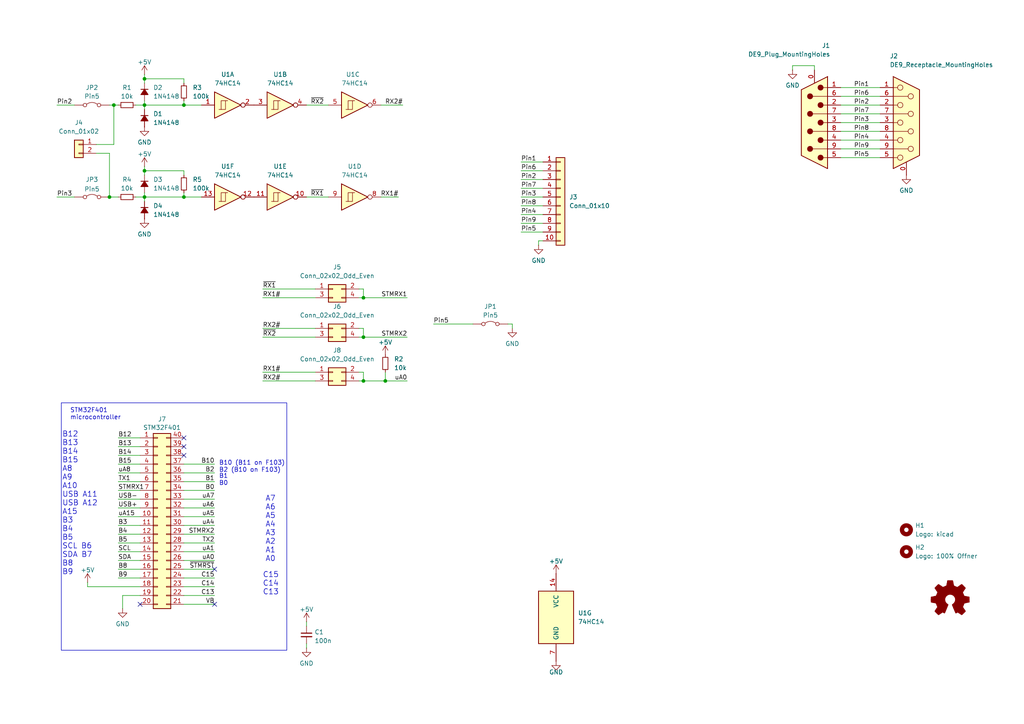
<source format=kicad_sch>
(kicad_sch (version 20231120) (generator "eeschema") (generator_version "8.0")
  (paper "A4")
  (title_block (title "Serial Sniffer") (date "2024-10-15") (rev "v1.0") (company "100% Offner") (comment 1 "v1.0: Initial"))
  (lib_symbols
    (symbol "74xx:74HC14" (pin_names (offset 1.016))
      (property "Reference" "U" (at 0 1.27 0))
      (property "Value" "74HC14" (at 0 -1.27 0))
      (symbol "74HC14_1_0"
        (polyline (pts (xy -3.81 3.81) (xy -3.81 -3.81) (xy 3.81 0) (xy -3.81 3.81)) (stroke (width 0.254)) (fill (type background)))
        (pin input line (at -7.62 0 0) (length 3.81) (name "~") (number "1"))
        (pin output inverted (at 7.62 0 180) (length 3.81) (name "~") (number "2"))
      )
      (symbol "74HC14_1_1"
        (polyline (pts (xy -1.905 -1.27) (xy -1.905 1.27) (xy -0.635 1.27)))
        (polyline (pts (xy -2.54 -1.27) (xy -0.635 -1.27) (xy -0.635 1.27) (xy 0 1.27)))
      )
      (symbol "74HC14_2_0"
        (polyline (pts (xy -3.81 3.81) (xy -3.81 -3.81) (xy 3.81 0) (xy -3.81 3.81)) (stroke (width 0.254)) (fill (type background)))
        (pin input line (at -7.62 0 0) (length 3.81) (name "~") (number "3"))
        (pin output inverted (at 7.62 0 180) (length 3.81) (name "~") (number "4"))
      )
      (symbol "74HC14_2_1"
        (polyline (pts (xy -1.905 -1.27) (xy -1.905 1.27) (xy -0.635 1.27)))
        (polyline (pts (xy -2.54 -1.27) (xy -0.635 -1.27) (xy -0.635 1.27) (xy 0 1.27)))
      )
      (symbol "74HC14_3_0"
        (polyline (pts (xy -3.81 3.81) (xy -3.81 -3.81) (xy 3.81 0) (xy -3.81 3.81)) (stroke (width 0.254)) (fill (type background)))
        (pin input line (at -7.62 0 0) (length 3.81) (name "~") (number "5"))
        (pin output inverted (at 7.62 0 180) (length 3.81) (name "~") (number "6"))
      )
      (symbol "74HC14_3_1"
        (polyline (pts (xy -1.905 -1.27) (xy -1.905 1.27) (xy -0.635 1.27)))
        (polyline (pts (xy -2.54 -1.27) (xy -0.635 -1.27) (xy -0.635 1.27) (xy 0 1.27)))
      )
      (symbol "74HC14_4_0"
        (polyline (pts (xy -3.81 3.81) (xy -3.81 -3.81) (xy 3.81 0) (xy -3.81 3.81)) (stroke (width 0.254)) (fill (type background)))
        (pin output inverted (at 7.62 0 180) (length 3.81) (name "~") (number "8"))
        (pin input line (at -7.62 0 0) (length 3.81) (name "~") (number "9"))
      )
      (symbol "74HC14_4_1"
        (polyline (pts (xy -1.905 -1.27) (xy -1.905 1.27) (xy -0.635 1.27)))
        (polyline (pts (xy -2.54 -1.27) (xy -0.635 -1.27) (xy -0.635 1.27) (xy 0 1.27)))
      )
      (symbol "74HC14_5_0"
        (polyline (pts (xy -3.81 3.81) (xy -3.81 -3.81) (xy 3.81 0) (xy -3.81 3.81)) (stroke (width 0.254)) (fill (type background)))
        (pin output inverted (at 7.62 0 180) (length 3.81) (name "~") (number "10"))
        (pin input line (at -7.62 0 0) (length 3.81) (name "~") (number "11"))
      )
      (symbol "74HC14_5_1"
        (polyline (pts (xy -1.905 -1.27) (xy -1.905 1.27) (xy -0.635 1.27)))
        (polyline (pts (xy -2.54 -1.27) (xy -0.635 -1.27) (xy -0.635 1.27) (xy 0 1.27)))
      )
      (symbol "74HC14_6_0"
        (polyline (pts (xy -3.81 3.81) (xy -3.81 -3.81) (xy 3.81 0) (xy -3.81 3.81)) (stroke (width 0.254)) (fill (type background)))
        (pin output inverted (at 7.62 0 180) (length 3.81) (name "~") (number "12"))
        (pin input line (at -7.62 0 0) (length 3.81) (name "~") (number "13"))
      )
      (symbol "74HC14_6_1"
        (polyline (pts (xy -1.905 -1.27) (xy -1.905 1.27) (xy -0.635 1.27)))
        (polyline (pts (xy -2.54 -1.27) (xy -0.635 -1.27) (xy -0.635 1.27) (xy 0 1.27)))
      )
      (symbol "74HC14_7_0"
        (pin power_in line (at 0 12.7 270) (length 5.08) (name "VCC") (number "14"))
        (pin power_in line (at 0 -12.7 90) (length 5.08) (name "GND") (number "7"))
      )
      (symbol "74HC14_7_1"
        (rectangle (start -5.08 7.62) (end 5.08 -7.62) (stroke (width 0.254)) (fill (type background)))
      )
    )
    (symbol "Connector:DE9_Plug_MountingHoles" (pin_names (offset 1.016) hide)
      (property "Reference" "J" (at 0 16.51 0))
      (property "Value" "DE9_Plug_MountingHoles" (at 0 14.605 0))
      (symbol "DE9_Plug_MountingHoles_0_1"
        (circle (center -1.778 -10.16) (radius 0.762) (fill (type outline)))
        (circle (center -1.778 -5.08) (radius 0.762) (fill (type outline)))
        (circle (center -1.778 0) (radius 0.762) (fill (type outline)))
        (circle (center -1.778 5.08) (radius 0.762) (fill (type outline)))
        (circle (center -1.778 10.16) (radius 0.762) (fill (type outline)))
        (polyline (pts (xy -3.81 -10.16) (xy -2.54 -10.16)))
        (polyline (pts (xy -3.81 -7.62) (xy 0.508 -7.62)))
        (polyline (pts (xy -3.81 -5.08) (xy -2.54 -5.08)))
        (polyline (pts (xy -3.81 -2.54) (xy 0.508 -2.54)))
        (polyline (pts (xy -3.81 0) (xy -2.54 0)))
        (polyline (pts (xy -3.81 2.54) (xy 0.508 2.54)))
        (polyline (pts (xy -3.81 5.08) (xy -2.54 5.08)))
        (polyline (pts (xy -3.81 7.62) (xy 0.508 7.62)))
        (polyline (pts (xy -3.81 10.16) (xy -2.54 10.16)))
        (polyline (pts (xy -3.81 -13.335) (xy -3.81 13.335) (xy 3.81 9.525) (xy 3.81 -9.525) (xy -3.81 -13.335)) (stroke (width 0.254)) (fill (type background)))
        (circle (center 1.27 -7.62) (radius 0.762) (fill (type outline)))
        (circle (center 1.27 -2.54) (radius 0.762) (fill (type outline)))
        (circle (center 1.27 2.54) (radius 0.762) (fill (type outline)))
        (circle (center 1.27 7.62) (radius 0.762) (fill (type outline)))
      )
      (symbol "DE9_Plug_MountingHoles_1_1"
        (pin passive line (at 0 -15.24 90) (length 3.81) (name "PAD") (number "0"))
        (pin passive line (at -7.62 -10.16 0) (length 3.81) (name "1") (number "1"))
        (pin passive line (at -7.62 -5.08 0) (length 3.81) (name "2") (number "2"))
        (pin passive line (at -7.62 0 0) (length 3.81) (name "3") (number "3"))
        (pin passive line (at -7.62 5.08 0) (length 3.81) (name "4") (number "4"))
        (pin passive line (at -7.62 10.16 0) (length 3.81) (name "5") (number "5"))
        (pin passive line (at -7.62 -7.62 0) (length 3.81) (name "6") (number "6"))
        (pin passive line (at -7.62 -2.54 0) (length 3.81) (name "7") (number "7"))
        (pin passive line (at -7.62 2.54 0) (length 3.81) (name "8") (number "8"))
        (pin passive line (at -7.62 7.62 0) (length 3.81) (name "9") (number "9"))
      )
    )
    (symbol "Connector:DE9_Receptacle_MountingHoles" (pin_names (offset 1.016) hide)
      (property "Reference" "J" (at 0 16.51 0))
      (property "Value" "DE9_Receptacle_MountingHoles" (at 0 14.605 0))
      (symbol "DE9_Receptacle_MountingHoles_0_1"
        (circle (center -1.778 -10.16) (radius 0.762))
        (circle (center -1.778 -5.08) (radius 0.762))
        (circle (center -1.778 0) (radius 0.762))
        (circle (center -1.778 5.08) (radius 0.762))
        (circle (center -1.778 10.16) (radius 0.762))
        (polyline (pts (xy -3.81 -10.16) (xy -2.54 -10.16)))
        (polyline (pts (xy -3.81 -7.62) (xy 0.508 -7.62)))
        (polyline (pts (xy -3.81 -5.08) (xy -2.54 -5.08)))
        (polyline (pts (xy -3.81 -2.54) (xy 0.508 -2.54)))
        (polyline (pts (xy -3.81 0) (xy -2.54 0)))
        (polyline (pts (xy -3.81 2.54) (xy 0.508 2.54)))
        (polyline (pts (xy -3.81 5.08) (xy -2.54 5.08)))
        (polyline (pts (xy -3.81 7.62) (xy 0.508 7.62)))
        (polyline (pts (xy -3.81 10.16) (xy -2.54 10.16)))
        (polyline (pts (xy -3.81 13.335) (xy -3.81 -13.335) (xy 3.81 -9.525) (xy 3.81 9.525) (xy -3.81 13.335)) (stroke (width 0.254)) (fill (type background)))
        (circle (center 1.27 -7.62) (radius 0.762))
        (circle (center 1.27 -2.54) (radius 0.762))
        (circle (center 1.27 2.54) (radius 0.762))
        (circle (center 1.27 7.62) (radius 0.762))
      )
      (symbol "DE9_Receptacle_MountingHoles_1_1"
        (pin passive line (at 0 -15.24 90) (length 3.81) (name "PAD") (number "0"))
        (pin passive line (at -7.62 10.16 0) (length 3.81) (name "1") (number "1"))
        (pin passive line (at -7.62 5.08 0) (length 3.81) (name "2") (number "2"))
        (pin passive line (at -7.62 0 0) (length 3.81) (name "3") (number "3"))
        (pin passive line (at -7.62 -5.08 0) (length 3.81) (name "4") (number "4"))
        (pin passive line (at -7.62 -10.16 0) (length 3.81) (name "5") (number "5"))
        (pin passive line (at -7.62 7.62 0) (length 3.81) (name "6") (number "6"))
        (pin passive line (at -7.62 2.54 0) (length 3.81) (name "7") (number "7"))
        (pin passive line (at -7.62 -2.54 0) (length 3.81) (name "8") (number "8"))
        (pin passive line (at -7.62 -7.62 0) (length 3.81) (name "9") (number "9"))
      )
    )
    (symbol "Connector_Generic:Conn_01x02" (pin_names (offset 1.016) hide)
      (property "Reference" "J" (at 0 2.54 0))
      (property "Value" "Conn_01x02" (at 0 -5.08 0))
      (symbol "Conn_01x02_1_1"
        (rectangle (start -1.27 -2.413) (end 0 -2.667) (stroke (width 0.1524)))
        (rectangle (start -1.27 0.127) (end 0 -0.127) (stroke (width 0.1524)))
        (rectangle (start -1.27 1.27) (end 1.27 -3.81) (stroke (width 0.254)) (fill (type background)))
        (pin passive line (at -5.08 0 0) (length 3.81) (name "Pin_1") (number "1"))
        (pin passive line (at -5.08 -2.54 0) (length 3.81) (name "Pin_2") (number "2"))
      )
    )
    (symbol "Connector_Generic:Conn_01x10" (pin_names (offset 1.016) hide)
      (property "Reference" "J" (at 0 12.7 0))
      (property "Value" "Conn_01x10" (at 0 -15.24 0))
      (symbol "Conn_01x10_1_1"
        (rectangle (start -1.27 -12.573) (end 0 -12.827) (stroke (width 0.1524)))
        (rectangle (start -1.27 -10.033) (end 0 -10.287) (stroke (width 0.1524)))
        (rectangle (start -1.27 -7.493) (end 0 -7.747) (stroke (width 0.1524)))
        (rectangle (start -1.27 -4.953) (end 0 -5.207) (stroke (width 0.1524)))
        (rectangle (start -1.27 -2.413) (end 0 -2.667) (stroke (width 0.1524)))
        (rectangle (start -1.27 0.127) (end 0 -0.127) (stroke (width 0.1524)))
        (rectangle (start -1.27 2.667) (end 0 2.413) (stroke (width 0.1524)))
        (rectangle (start -1.27 5.207) (end 0 4.953) (stroke (width 0.1524)))
        (rectangle (start -1.27 7.747) (end 0 7.493) (stroke (width 0.1524)))
        (rectangle (start -1.27 10.287) (end 0 10.033) (stroke (width 0.1524)))
        (rectangle (start -1.27 11.43) (end 1.27 -13.97) (stroke (width 0.254)) (fill (type background)))
        (pin passive line (at -5.08 10.16 0) (length 3.81) (name "Pin_1") (number "1"))
        (pin passive line (at -5.08 -12.7 0) (length 3.81) (name "Pin_10") (number "10"))
        (pin passive line (at -5.08 7.62 0) (length 3.81) (name "Pin_2") (number "2"))
        (pin passive line (at -5.08 5.08 0) (length 3.81) (name "Pin_3") (number "3"))
        (pin passive line (at -5.08 2.54 0) (length 3.81) (name "Pin_4") (number "4"))
        (pin passive line (at -5.08 0 0) (length 3.81) (name "Pin_5") (number "5"))
        (pin passive line (at -5.08 -2.54 0) (length 3.81) (name "Pin_6") (number "6"))
        (pin passive line (at -5.08 -5.08 0) (length 3.81) (name "Pin_7") (number "7"))
        (pin passive line (at -5.08 -7.62 0) (length 3.81) (name "Pin_8") (number "8"))
        (pin passive line (at -5.08 -10.16 0) (length 3.81) (name "Pin_9") (number "9"))
      )
    )
    (symbol "Connector_Generic:Conn_02x02_Odd_Even" (pin_names (offset 1.016) hide)
      (property "Reference" "J" (at 1.27 2.54 0))
      (property "Value" "Conn_02x02_Odd_Even" (at 1.27 -5.08 0))
      (symbol "Conn_02x02_Odd_Even_1_1"
        (rectangle (start -1.27 -2.413) (end 0 -2.667) (stroke (width 0.1524)))
        (rectangle (start -1.27 0.127) (end 0 -0.127) (stroke (width 0.1524)))
        (rectangle (start -1.27 1.27) (end 3.81 -3.81) (stroke (width 0.254)) (fill (type background)))
        (rectangle (start 3.81 -2.413) (end 2.54 -2.667) (stroke (width 0.1524)))
        (rectangle (start 3.81 0.127) (end 2.54 -0.127) (stroke (width 0.1524)))
        (pin passive line (at -5.08 0 0) (length 3.81) (name "Pin_1") (number "1"))
        (pin passive line (at 7.62 0 180) (length 3.81) (name "Pin_2") (number "2"))
        (pin passive line (at -5.08 -2.54 0) (length 3.81) (name "Pin_3") (number "3"))
        (pin passive line (at 7.62 -2.54 180) (length 3.81) (name "Pin_4") (number "4"))
      )
    )
    (symbol "Connector_Generic:Conn_02x20_Counter_Clockwise" (pin_names (offset 1.016) hide)
      (property "Reference" "J" (at 1.27 25.4 0))
      (property "Value" "Conn_02x20_Counter_Clockwise" (at 1.27 -27.94 0))
      (symbol "Conn_02x20_Counter_Clockwise_1_1"
        (rectangle (start -1.27 -25.273) (end 0 -25.527) (stroke (width 0.1524)))
        (rectangle (start -1.27 -22.733) (end 0 -22.987) (stroke (width 0.1524)))
        (rectangle (start -1.27 -20.193) (end 0 -20.447) (stroke (width 0.1524)))
        (rectangle (start -1.27 -17.653) (end 0 -17.907) (stroke (width 0.1524)))
        (rectangle (start -1.27 -15.113) (end 0 -15.367) (stroke (width 0.1524)))
        (rectangle (start -1.27 -12.573) (end 0 -12.827) (stroke (width 0.1524)))
        (rectangle (start -1.27 -10.033) (end 0 -10.287) (stroke (width 0.1524)))
        (rectangle (start -1.27 -7.493) (end 0 -7.747) (stroke (width 0.1524)))
        (rectangle (start -1.27 -4.953) (end 0 -5.207) (stroke (width 0.1524)))
        (rectangle (start -1.27 -2.413) (end 0 -2.667) (stroke (width 0.1524)))
        (rectangle (start -1.27 0.127) (end 0 -0.127) (stroke (width 0.1524)))
        (rectangle (start -1.27 2.667) (end 0 2.413) (stroke (width 0.1524)))
        (rectangle (start -1.27 5.207) (end 0 4.953) (stroke (width 0.1524)))
        (rectangle (start -1.27 7.747) (end 0 7.493) (stroke (width 0.1524)))
        (rectangle (start -1.27 10.287) (end 0 10.033) (stroke (width 0.1524)))
        (rectangle (start -1.27 12.827) (end 0 12.573) (stroke (width 0.1524)))
        (rectangle (start -1.27 15.367) (end 0 15.113) (stroke (width 0.1524)))
        (rectangle (start -1.27 17.907) (end 0 17.653) (stroke (width 0.1524)))
        (rectangle (start -1.27 20.447) (end 0 20.193) (stroke (width 0.1524)))
        (rectangle (start -1.27 22.987) (end 0 22.733) (stroke (width 0.1524)))
        (rectangle (start -1.27 24.13) (end 3.81 -26.67) (stroke (width 0.254)) (fill (type background)))
        (rectangle (start 3.81 -25.273) (end 2.54 -25.527) (stroke (width 0.1524)))
        (rectangle (start 3.81 -22.733) (end 2.54 -22.987) (stroke (width 0.1524)))
        (rectangle (start 3.81 -20.193) (end 2.54 -20.447) (stroke (width 0.1524)))
        (rectangle (start 3.81 -17.653) (end 2.54 -17.907) (stroke (width 0.1524)))
        (rectangle (start 3.81 -15.113) (end 2.54 -15.367) (stroke (width 0.1524)))
        (rectangle (start 3.81 -12.573) (end 2.54 -12.827) (stroke (width 0.1524)))
        (rectangle (start 3.81 -10.033) (end 2.54 -10.287) (stroke (width 0.1524)))
        (rectangle (start 3.81 -7.493) (end 2.54 -7.747) (stroke (width 0.1524)))
        (rectangle (start 3.81 -4.953) (end 2.54 -5.207) (stroke (width 0.1524)))
        (rectangle (start 3.81 -2.413) (end 2.54 -2.667) (stroke (width 0.1524)))
        (rectangle (start 3.81 0.127) (end 2.54 -0.127) (stroke (width 0.1524)))
        (rectangle (start 3.81 2.667) (end 2.54 2.413) (stroke (width 0.1524)))
        (rectangle (start 3.81 5.207) (end 2.54 4.953) (stroke (width 0.1524)))
        (rectangle (start 3.81 7.747) (end 2.54 7.493) (stroke (width 0.1524)))
        (rectangle (start 3.81 10.287) (end 2.54 10.033) (stroke (width 0.1524)))
        (rectangle (start 3.81 12.827) (end 2.54 12.573) (stroke (width 0.1524)))
        (rectangle (start 3.81 15.367) (end 2.54 15.113) (stroke (width 0.1524)))
        (rectangle (start 3.81 17.907) (end 2.54 17.653) (stroke (width 0.1524)))
        (rectangle (start 3.81 20.447) (end 2.54 20.193) (stroke (width 0.1524)))
        (rectangle (start 3.81 22.987) (end 2.54 22.733) (stroke (width 0.1524)))
        (pin passive line (at -5.08 22.86 0) (length 3.81) (name "Pin_1") (number "1"))
        (pin passive line (at -5.08 0 0) (length 3.81) (name "Pin_10") (number "10"))
        (pin passive line (at -5.08 -2.54 0) (length 3.81) (name "Pin_11") (number "11"))
        (pin passive line (at -5.08 -5.08 0) (length 3.81) (name "Pin_12") (number "12"))
        (pin passive line (at -5.08 -7.62 0) (length 3.81) (name "Pin_13") (number "13"))
        (pin passive line (at -5.08 -10.16 0) (length 3.81) (name "Pin_14") (number "14"))
        (pin passive line (at -5.08 -12.7 0) (length 3.81) (name "Pin_15") (number "15"))
        (pin passive line (at -5.08 -15.24 0) (length 3.81) (name "Pin_16") (number "16"))
        (pin passive line (at -5.08 -17.78 0) (length 3.81) (name "Pin_17") (number "17"))
        (pin passive line (at -5.08 -20.32 0) (length 3.81) (name "Pin_18") (number "18"))
        (pin passive line (at -5.08 -22.86 0) (length 3.81) (name "Pin_19") (number "19"))
        (pin passive line (at -5.08 20.32 0) (length 3.81) (name "Pin_2") (number "2"))
        (pin passive line (at -5.08 -25.4 0) (length 3.81) (name "Pin_20") (number "20"))
        (pin passive line (at 7.62 -25.4 180) (length 3.81) (name "Pin_21") (number "21"))
        (pin passive line (at 7.62 -22.86 180) (length 3.81) (name "Pin_22") (number "22"))
        (pin passive line (at 7.62 -20.32 180) (length 3.81) (name "Pin_23") (number "23"))
        (pin passive line (at 7.62 -17.78 180) (length 3.81) (name "Pin_24") (number "24"))
        (pin passive line (at 7.62 -15.24 180) (length 3.81) (name "Pin_25") (number "25"))
        (pin passive line (at 7.62 -12.7 180) (length 3.81) (name "Pin_26") (number "26"))
        (pin passive line (at 7.62 -10.16 180) (length 3.81) (name "Pin_27") (number "27"))
        (pin passive line (at 7.62 -7.62 180) (length 3.81) (name "Pin_28") (number "28"))
        (pin passive line (at 7.62 -5.08 180) (length 3.81) (name "Pin_29") (number "29"))
        (pin passive line (at -5.08 17.78 0) (length 3.81) (name "Pin_3") (number "3"))
        (pin passive line (at 7.62 -2.54 180) (length 3.81) (name "Pin_30") (number "30"))
        (pin passive line (at 7.62 0 180) (length 3.81) (name "Pin_31") (number "31"))
        (pin passive line (at 7.62 2.54 180) (length 3.81) (name "Pin_32") (number "32"))
        (pin passive line (at 7.62 5.08 180) (length 3.81) (name "Pin_33") (number "33"))
        (pin passive line (at 7.62 7.62 180) (length 3.81) (name "Pin_34") (number "34"))
        (pin passive line (at 7.62 10.16 180) (length 3.81) (name "Pin_35") (number "35"))
        (pin passive line (at 7.62 12.7 180) (length 3.81) (name "Pin_36") (number "36"))
        (pin passive line (at 7.62 15.24 180) (length 3.81) (name "Pin_37") (number "37"))
        (pin passive line (at 7.62 17.78 180) (length 3.81) (name "Pin_38") (number "38"))
        (pin passive line (at 7.62 20.32 180) (length 3.81) (name "Pin_39") (number "39"))
        (pin passive line (at -5.08 15.24 0) (length 3.81) (name "Pin_4") (number "4"))
        (pin passive line (at 7.62 22.86 180) (length 3.81) (name "Pin_40") (number "40"))
        (pin passive line (at -5.08 12.7 0) (length 3.81) (name "Pin_5") (number "5"))
        (pin passive line (at -5.08 10.16 0) (length 3.81) (name "Pin_6") (number "6"))
        (pin passive line (at -5.08 7.62 0) (length 3.81) (name "Pin_7") (number "7"))
        (pin passive line (at -5.08 5.08 0) (length 3.81) (name "Pin_8") (number "8"))
        (pin passive line (at -5.08 2.54 0) (length 3.81) (name "Pin_9") (number "9"))
      )
    )
    (symbol "Device:C_Small" (pin_numbers hide) (pin_names (offset 0.254) hide)
      (property "Reference" "C" (at 0.254 1.778 0))
      (property "Value" "C_Small" (at 0.254 -2.032 0))
      (symbol "C_Small_0_1"
        (polyline (pts (xy -1.524 -0.508) (xy 1.524 -0.508)) (stroke (width 0.3302)))
        (polyline (pts (xy -1.524 0.508) (xy 1.524 0.508)) (stroke (width 0.3048)))
      )
      (symbol "C_Small_1_1"
        (pin passive line (at 0 2.54 270) (length 2.032) (name "~") (number "1"))
        (pin passive line (at 0 -2.54 90) (length 2.032) (name "~") (number "2"))
      )
    )
    (symbol "Device:D_Small_Filled" (pin_numbers hide) (pin_names (offset 0.254) hide)
      (property "Reference" "D" (at -1.27 2.032 0))
      (property "Value" "D_Small_Filled" (at -3.81 -2.032 0))
      (symbol "D_Small_Filled_0_1"
        (polyline (pts (xy -0.762 -1.016) (xy -0.762 1.016)) (stroke (width 0.254)))
        (polyline (pts (xy -0.762 0) (xy 0.762 0)))
        (polyline (pts (xy 0.762 -1.016) (xy -0.762 0) (xy 0.762 1.016) (xy 0.762 -1.016)) (stroke (width 0.254)) (fill (type outline)))
      )
      (symbol "D_Small_Filled_1_1"
        (pin passive line (at -2.54 0 0) (length 1.778) (name "K") (number "1"))
        (pin passive line (at 2.54 0 180) (length 1.778) (name "A") (number "2"))
      )
    )
    (symbol "Device:R_Small" (pin_numbers hide) (pin_names (offset 0.254) hide)
      (property "Reference" "R" (at 0.762 0.508 0))
      (property "Value" "R_Small" (at 0.762 -1.016 0))
      (symbol "R_Small_0_1"
        (rectangle (start -0.762 1.778) (end 0.762 -1.778) (stroke (width 0.2032)))
      )
      (symbol "R_Small_1_1"
        (pin passive line (at 0 2.54 270) (length 0.762) (name "~") (number "1"))
        (pin passive line (at 0 -2.54 90) (length 0.762) (name "~") (number "2"))
      )
    )
    (symbol "Graphic:Logo_Open_Hardware_Small" (in_bom no) (on_board no)
      (symbol "Logo_Open_Hardware_Small_0_1"
        (polyline (pts (xy 3.3528 -4.3434) (xy 3.302 -4.318) (xy 3.175 -4.2418) (xy 2.9972 -4.1148) (xy 2.7686 -3.9624) (xy 2.54 -3.81) (xy 2.3622 -3.7084) (xy 2.2352 -3.6068) (xy 2.1844 -3.5814) (xy 2.159 -3.6068) (xy 2.0574 -3.6576) (xy 1.905 -3.7338) (xy 1.8034 -3.7846) (xy 1.6764 -3.8354) (xy 1.6002 -3.8354) (xy 1.6002 -3.8354) (xy 1.5494 -3.7338) (xy 1.4732 -3.5306) (xy 1.3462 -3.302) (xy 1.2446 -3.0226) (xy 1.1176 -2.7178) (xy 0.9652 -2.413) (xy 0.8636 -2.1082) (xy 0.7366 -1.8288) (xy 0.6604 -1.6256) (xy 0.6096 -1.4732) (xy 0.5842 -1.397) (xy 0.5842 -1.397) (xy 0.6604 -1.3208) (xy 0.7874 -1.2446) (xy 1.0414 -1.016) (xy 1.2954 -0.6858) (xy 1.4478 -0.3302) (xy 1.524 0.0762) (xy 1.4732 0.4572) (xy 1.3208 0.8128) (xy 1.0668 1.143) (xy 0.762 1.3716) (xy 0.4064 1.524) (xy 0 1.5748) (xy -0.381 1.5494) (xy -0.7366 1.397) (xy -1.0668 1.143) (xy -1.2192 0.9906) (xy -1.397 0.6604) (xy -1.524 0.3048) (xy -1.524 0.2286) (xy -1.4986 -0.1778) (xy -1.397 -0.5334) (xy -1.1938 -0.8636) (xy -0.9144 -1.143) (xy -0.8636 -1.1684) (xy -0.7366 -1.27) (xy -0.635 -1.3462) (xy -0.5842 -1.397) (xy -1.0668 -2.5908) (xy -1.143 -2.794) (xy -1.2954 -3.1242) (xy -1.397 -3.4036) (xy -1.4986 -3.6322) (xy -1.5748 -3.7846) (xy -1.6002 -3.8354) (xy -1.6002 -3.8354) (xy -1.651 -3.8354) (xy -1.7272 -3.81) (xy -1.905 -3.7338) (xy -2.0066 -3.683) (xy -2.1336 -3.6068) (xy -2.2098 -3.5814) (xy -2.2606 -3.6068) (xy -2.3622 -3.683) (xy -2.54 -3.81) (xy -2.7686 -3.9624) (xy -2.9718 -4.0894) (xy -3.1496 -4.2164) (xy -3.302 -4.318) (xy -3.3528 -4.3434) (xy -3.3782 -4.3434) (xy -3.429 -4.318) (xy -3.5306 -4.2164) (xy -3.7084 -4.064) (xy -3.937 -3.8354) (xy -3.9624 -3.81) (xy -4.1656 -3.6068) (xy -4.318 -3.4544) (xy -4.4196 -3.3274) (xy -4.445 -3.2766) (xy -4.445 -3.2766) (xy -4.4196 -3.2258) (xy -4.318 -3.0734) (xy -4.2164 -2.8956) (xy -4.064 -2.667) (xy -3.6576 -2.0828) (xy -3.8862 -1.5494) (xy -3.937 -1.3716) (xy -4.0386 -1.1684) (xy -4.0894 -1.0414) (xy -4.1148 -0.9652) (xy -4.191 -0.9398) (xy -4.318 -0.9144) (xy -4.5466 -0.8636) (xy -4.8006 -0.8128) (xy -5.0546 -0.7874) (xy -5.2578 -0.7366) (xy -5.4356 -0.7112) (xy -5.5118 -0.6858) (xy -5.5118 -0.6858) (xy -5.5372 -0.635) (xy -5.5372 -0.5588) (xy -5.5372 -0.4318) (xy -5.5626 -0.2286) (xy -5.5626 0.0762) (xy -5.5626 0.127) (xy -5.5372 0.4064) (xy -5.5372 0.635) (xy -5.5372 0.762) (xy -5.5372 0.8382) (xy -5.5372 0.8382) (xy -5.461 0.8382) (xy -5.3086 0.889) (xy -5.08 0.9144) (xy -4.826 0.9652) (xy -4.8006 0.9906) (xy -4.5466 1.0414) (xy -4.318 1.0668) (xy -4.1656 1.1176) (xy -4.0894 1.143) (xy -4.0894 1.143) (xy -4.0386 1.2446) (xy -3.9624 1.4224) (xy -3.8608 1.6256) (xy -3.7846 1.8288) (xy -3.7084 2.0066) (xy -3.6576 2.159) (xy -3.6322 2.2098) (xy -3.6322 2.2098) (xy -3.683 2.286) (xy -3.7592 2.413) (xy -3.8862 2.5908) (xy -4.064 2.8194) (xy -4.064 2.8448) (xy -4.2164 3.0734) (xy -4.3434 3.2512) (xy -4.4196 3.3782) (xy -4.445 3.4544) (xy -4.445 3.4544) (xy -4.3942 3.5052) (xy -4.2926 3.6322) (xy -4.1148 3.81) (xy -3.937 4.0132) (xy -3.8608 4.064) (xy -3.6576 4.2926) (xy -3.5052 4.4196) (xy -3.4036 4.4958) (xy -3.3528 4.5212) (xy -3.3528 4.5212) (xy -3.302 4.4704) (xy -3.1496 4.3688) (xy -2.9718 4.2418) (xy -2.7432 4.0894) (xy -2.7178 4.0894) (xy -2.4892 3.937) (xy -2.3114 3.81) (xy -2.1844 3.7084) (xy -2.1336 3.683) (xy -2.1082 3.683) (xy -2.032 3.7084) (xy -1.8542 3.7592) (xy -1.6764 3.8354) (xy -1.4732 3.937) (xy -1.27 4.0132) (xy -1.143 4.064) (xy -1.0668 4.1148) (xy -1.0668 4.1148) (xy -1.0414 4.191) (xy -1.016 4.3434) (xy -0.9652 4.572) (xy -0.9144 4.8514) (xy -0.889 4.9022) (xy -0.8382 5.1562) (xy -0.8128 5.3848) (xy -0.7874 5.5372) (xy -0.762 5.588) (xy -0.7112 5.6134) (xy -0.5842 5.6134) (xy -0.4064 5.6134) (xy -0.1524 5.6134) (xy 0.0762 5.6134) (xy 0.3302 5.6134) (xy 0.5334 5.6134) (xy 0.6858 5.588) (xy 0.7366 5.588) (xy 0.7366 5.588) (xy 0.762 5.5118) (xy 0.8128 5.334) (xy 0.8382 5.1054) (xy 0.9144 4.826) (xy 0.9144 4.7752) (xy 0.9652 4.5212) (xy 1.016 4.2926) (xy 1.0414 4.1402) (xy 1.0668 4.0894) (xy 1.0668 4.0894) (xy 1.1938 4.0386) (xy 1.3716 3.9624) (xy 1.5748 3.8608) (xy 2.0828 3.6576) (xy 2.7178 4.0894) (xy 2.7686 4.1402) (xy 2.9972 4.2926) (xy 3.175 4.4196) (xy 3.302 4.4958) (xy 3.3782 4.5212) (xy 3.3782 4.5212) (xy 3.429 4.4704) (xy 3.556 4.3434) (xy 3.7338 4.191) (xy 3.9116 3.9878) (xy 4.064 3.8354) (xy 4.2418 3.6576) (xy 4.3434 3.556) (xy 4.4196 3.4798) (xy 4.4196 3.429) (xy 4.4196 3.4036) (xy 4.3942 3.3274) (xy 4.2926 3.2004) (xy 4.1656 2.9972) (xy 4.0132 2.794) (xy 3.8862 2.5908) (xy 3.7592 2.3876) (xy 3.6576 2.2352) (xy 3.6322 2.159) (xy 3.6322 2.1336) (xy 3.683 2.0066) (xy 3.7592 1.8288) (xy 3.8608 1.6002) (xy 4.064 1.1176) (xy 4.3942 1.0414) (xy 4.5974 1.016) (xy 4.8768 0.9652) (xy 5.1308 0.9144) (xy 5.5372 0.8382) (xy 5.5626 -0.6604) (xy 5.4864 -0.6858) (xy 5.4356 -0.6858) (xy 5.2832 -0.7366) (xy 5.0546 -0.762) (xy 4.8006 -0.8128) (xy 4.5974 -0.8636) (xy 4.3688 -0.9144) (xy 4.2164 -0.9398) (xy 4.1402 -0.9398) (xy 4.1148 -0.9652) (xy 4.064 -1.0668) (xy 3.9878 -1.2446) (xy 3.9116 -1.4478) (xy 3.81 -1.651) (xy 3.7338 -1.8542) (xy 3.683 -2.0066) (xy 3.6576 -2.0828) (xy 3.683 -2.1336) (xy 3.7846 -2.2606) (xy 3.8862 -2.4638) (xy 4.0386 -2.667) (xy 4.191 -2.8956) (xy 4.318 -3.0734) (xy 4.3942 -3.2004) (xy 4.445 -3.2766) (xy 4.4196 -3.3274) (xy 4.3434 -3.429) (xy 4.1656 -3.5814) (xy 3.937 -3.8354) (xy 3.8862 -3.8608) (xy 3.683 -4.064) (xy 3.5306 -4.2164) (xy 3.4036 -4.318) (xy 3.3528 -4.3434)) (fill (type outline)))
      )
    )
    (symbol "Jumper:Jumper_2_Bridged" (pin_numbers hide) (pin_names (offset 0) hide) (exclude_from_sim yes)
      (property "Reference" "JP" (at 0 1.905 0))
      (property "Value" "Jumper_2_Bridged" (at 0 -2.54 0))
      (symbol "Jumper_2_Bridged_0_0"
        (circle (center -2.032 0) (radius 0.508))
        (circle (center 2.032 0) (radius 0.508))
      )
      (symbol "Jumper_2_Bridged_0_1"
        (arc (start 1.524 0.254) (mid 0 0.762) (end -1.524 0.254))
      )
      (symbol "Jumper_2_Bridged_1_1"
        (pin passive line (at -5.08 0 0) (length 2.54) (name "A") (number "1"))
        (pin passive line (at 5.08 0 180) (length 2.54) (name "B") (number "2"))
      )
    )
    (symbol "Mechanical:MountingHole" (pin_names (offset 1.016)) (exclude_from_sim yes) (in_bom no)
      (property "Reference" "H" (at 0 5.08 0))
      (property "Value" "MountingHole" (at 0 3.175 0))
      (symbol "MountingHole_0_1"
        (circle (center 0 0) (radius 1.27) (stroke (width 1.27)))
      )
    )
    (symbol "power:+5V" (power) (pin_numbers hide) (pin_names (offset 0) hide)
      (property "Value" "+5V" (at 0 3.556 0))
      (symbol "+5V_0_1"
        (polyline (pts (xy -0.762 1.27) (xy 0 2.54)))
        (polyline (pts (xy 0 0) (xy 0 2.54)))
        (polyline (pts (xy 0 2.54) (xy 0.762 1.27)))
      )
      (symbol "+5V_1_1"
        (pin power_in line (at 0 0 90) (length 0) (name "~") (number "1"))
      )
    )
    (symbol "power:GND" (power) (pin_numbers hide) (pin_names (offset 0) hide)
      (property "Value" "GND" (at 0 -3.81 0))
      (symbol "GND_0_1"
        (polyline (pts (xy 0 0) (xy 0 -1.27) (xy 1.27 -1.27) (xy 0 -2.54) (xy -1.27 -1.27) (xy 0 -1.27)))
      )
      (symbol "GND_1_1"
        (pin power_in line (at 0 0 270) (length 0) (name "~") (number "1"))
      )
    )
  )
  (junction (at 41.91 22.86))
  (junction (at 111.76 110.49))
  (junction (at 105.41 97.79))
  (junction (at 31.75 57.15))
  (junction (at 41.91 49.53))
  (junction (at 105.41 86.36))
  (junction (at 33.02 30.48))
  (junction (at 53.34 57.15))
  (junction (at 41.91 30.48))
  (junction (at 53.34 30.48))
  (junction (at 41.91 57.15))
  (junction (at 105.41 110.49))
  (no_connect (at 53.34 129.54))
  (no_connect (at 53.34 132.08))
  (no_connect (at 53.34 127))
  (no_connect (at 40.64 175.26))
  (no_connect (at 62.23 165.1))
  (no_connect (at 62.23 175.26))
  (wire (pts (xy 41.91 24.13) (xy 41.91 22.86)))
  (wire (pts (xy 104.14 107.95) (xy 105.41 107.95)))
  (wire (pts (xy 111.76 107.95) (xy 111.76 110.49)))
  (wire (pts (xy 243.84 33.02) (xy 255.27 33.02)))
  (wire (pts (xy 31.75 57.15) (xy 31.75 44.45)))
  (wire (pts (xy 53.34 29.21) (xy 53.34 30.48)))
  (wire (pts (xy 236.22 19.05) (xy 229.87 19.05)))
  (wire (pts (xy 105.41 83.82) (xy 105.41 86.36)))
  (wire (pts (xy 151.13 49.53) (xy 157.48 49.53)))
  (wire (pts (xy 34.29 162.56) (xy 40.64 162.56)))
  (wire (pts (xy 104.14 83.82) (xy 105.41 83.82)))
  (wire (pts (xy 243.84 43.18) (xy 255.27 43.18)))
  (wire (pts (xy 34.29 165.1) (xy 40.64 165.1)))
  (wire (pts (xy 151.13 59.69) (xy 157.48 59.69)))
  (wire (pts (xy 53.34 167.64) (xy 62.23 167.64)))
  (wire (pts (xy 229.87 19.05) (xy 229.87 20.32)))
  (wire (pts (xy 53.34 57.15) (xy 58.42 57.15)))
  (wire (pts (xy 35.56 172.72) (xy 35.56 176.53)))
  (wire (pts (xy 104.14 95.25) (xy 105.41 95.25)))
  (wire (pts (xy 41.91 50.8) (xy 41.91 49.53)))
  (wire (pts (xy 151.13 62.23) (xy 157.48 62.23)))
  (wire (pts (xy 34.29 157.48) (xy 40.64 157.48)))
  (wire (pts (xy 105.41 110.49) (xy 111.76 110.49)))
  (wire (pts (xy 39.37 57.15) (xy 41.91 57.15)))
  (wire (pts (xy 53.34 49.53) (xy 53.34 50.8)))
  (wire (pts (xy 148.59 93.98) (xy 147.32 93.98)))
  (wire (pts (xy 243.84 45.72) (xy 255.27 45.72)))
  (wire (pts (xy 243.84 30.48) (xy 255.27 30.48)))
  (wire (pts (xy 53.34 149.86) (xy 62.23 149.86)))
  (wire (pts (xy 34.29 144.78) (xy 40.64 144.78)))
  (wire (pts (xy 53.34 154.94) (xy 62.23 154.94)))
  (wire (pts (xy 53.34 142.24) (xy 62.23 142.24)))
  (wire (pts (xy 34.29 137.16) (xy 40.64 137.16)))
  (wire (pts (xy 39.37 30.48) (xy 41.91 30.48)))
  (wire (pts (xy 151.13 67.31) (xy 157.48 67.31)))
  (wire (pts (xy 41.91 22.86) (xy 53.34 22.86)))
  (wire (pts (xy 243.84 27.94) (xy 255.27 27.94)))
  (wire (pts (xy 105.41 86.36) (xy 118.11 86.36)))
  (wire (pts (xy 53.34 137.16) (xy 62.23 137.16)))
  (wire (pts (xy 53.34 144.78) (xy 62.23 144.78)))
  (wire (pts (xy 156.21 69.85) (xy 156.21 71.12)))
  (wire (pts (xy 243.84 35.56) (xy 255.27 35.56)))
  (wire (pts (xy 156.21 69.85) (xy 157.48 69.85)))
  (wire (pts (xy 53.34 175.26) (xy 62.23 175.26)))
  (wire (pts (xy 111.76 110.49) (xy 118.11 110.49)))
  (wire (pts (xy 104.14 97.79) (xy 105.41 97.79)))
  (wire (pts (xy 34.29 147.32) (xy 40.64 147.32)))
  (wire (pts (xy 34.29 132.08) (xy 40.64 132.08)))
  (wire (pts (xy 76.2 110.49) (xy 91.44 110.49)))
  (wire (pts (xy 236.22 20.32) (xy 236.22 19.05)))
  (wire (pts (xy 53.34 165.1) (xy 62.23 165.1)))
  (wire (pts (xy 34.29 149.86) (xy 40.64 149.86)))
  (wire (pts (xy 53.34 139.7) (xy 62.23 139.7)))
  (wire (pts (xy 41.91 30.48) (xy 53.34 30.48)))
  (wire (pts (xy 34.29 139.7) (xy 40.64 139.7)))
  (wire (pts (xy 34.29 152.4) (xy 40.64 152.4)))
  (wire (pts (xy 34.29 154.94) (xy 40.64 154.94)))
  (wire (pts (xy 53.34 160.02) (xy 62.23 160.02)))
  (wire (pts (xy 34.29 167.64) (xy 40.64 167.64)))
  (wire (pts (xy 95.25 57.15) (xy 88.9 57.15)))
  (wire (pts (xy 34.29 127) (xy 40.64 127)))
  (wire (pts (xy 31.75 44.45) (xy 27.94 44.45)))
  (wire (pts (xy 41.91 55.88) (xy 41.91 57.15)))
  (wire (pts (xy 41.91 49.53) (xy 53.34 49.53)))
  (wire (pts (xy 34.29 134.62) (xy 40.64 134.62)))
  (wire (pts (xy 76.2 97.79) (xy 91.44 97.79)))
  (wire (pts (xy 151.13 57.15) (xy 157.48 57.15)))
  (wire (pts (xy 53.34 172.72) (xy 62.23 172.72)))
  (wire (pts (xy 125.73 93.98) (xy 137.16 93.98)))
  (wire (pts (xy 31.75 30.48) (xy 33.02 30.48)))
  (wire (pts (xy 41.91 57.15) (xy 41.91 58.42)))
  (wire (pts (xy 41.91 30.48) (xy 41.91 31.75)))
  (wire (pts (xy 21.59 30.48) (xy 16.51 30.48)))
  (wire (pts (xy 53.34 162.56) (xy 62.23 162.56)))
  (wire (pts (xy 243.84 40.64) (xy 255.27 40.64)))
  (wire (pts (xy 25.4 168.91) (xy 25.4 170.18)))
  (wire (pts (xy 104.14 86.36) (xy 105.41 86.36)))
  (wire (pts (xy 31.75 57.15) (xy 34.29 57.15)))
  (wire (pts (xy 53.34 147.32) (xy 62.23 147.32)))
  (wire (pts (xy 53.34 152.4) (xy 62.23 152.4)))
  (wire (pts (xy 243.84 38.1) (xy 255.27 38.1)))
  (wire (pts (xy 25.4 170.18) (xy 40.64 170.18)))
  (wire (pts (xy 105.41 95.25) (xy 105.41 97.79)))
  (wire (pts (xy 110.49 30.48) (xy 116.84 30.48)))
  (wire (pts (xy 76.2 95.25) (xy 91.44 95.25)))
  (wire (pts (xy 33.02 30.48) (xy 34.29 30.48)))
  (wire (pts (xy 243.84 25.4) (xy 255.27 25.4)))
  (wire (pts (xy 95.25 30.48) (xy 88.9 30.48)))
  (wire (pts (xy 105.41 107.95) (xy 105.41 110.49)))
  (wire (pts (xy 115.57 57.15) (xy 110.49 57.15)))
  (wire (pts (xy 34.29 160.02) (xy 40.64 160.02)))
  (wire (pts (xy 76.2 107.95) (xy 91.44 107.95)))
  (wire (pts (xy 53.34 170.18) (xy 62.23 170.18)))
  (wire (pts (xy 76.2 83.82) (xy 91.44 83.82)))
  (wire (pts (xy 41.91 57.15) (xy 53.34 57.15)))
  (wire (pts (xy 105.41 97.79) (xy 118.11 97.79)))
  (wire (pts (xy 27.94 41.91) (xy 33.02 41.91)))
  (wire (pts (xy 34.29 129.54) (xy 40.64 129.54)))
  (wire (pts (xy 41.91 29.21) (xy 41.91 30.48)))
  (wire (pts (xy 53.34 157.48) (xy 62.23 157.48)))
  (wire (pts (xy 88.9 180.34) (xy 88.9 181.61)))
  (wire (pts (xy 53.34 134.62) (xy 62.23 134.62)))
  (wire (pts (xy 104.14 110.49) (xy 105.41 110.49)))
  (wire (pts (xy 76.2 86.36) (xy 91.44 86.36)))
  (wire (pts (xy 35.56 172.72) (xy 40.64 172.72)))
  (wire (pts (xy 41.91 48.26) (xy 41.91 49.53)))
  (wire (pts (xy 41.91 21.59) (xy 41.91 22.86)))
  (wire (pts (xy 53.34 55.88) (xy 53.34 57.15)))
  (wire (pts (xy 151.13 64.77) (xy 157.48 64.77)))
  (wire (pts (xy 88.9 186.69) (xy 88.9 187.96)))
  (wire (pts (xy 151.13 52.07) (xy 157.48 52.07)))
  (wire (pts (xy 34.29 142.24) (xy 40.64 142.24)))
  (wire (pts (xy 151.13 46.99) (xy 157.48 46.99)))
  (wire (pts (xy 53.34 22.86) (xy 53.34 24.13)))
  (wire (pts (xy 148.59 95.25) (xy 148.59 93.98)))
  (wire (pts (xy 21.59 57.15) (xy 16.51 57.15)))
  (wire (pts (xy 151.13 54.61) (xy 157.48 54.61)))
  (wire (pts (xy 53.34 30.48) (xy 58.42 30.48)))
  (wire (pts (xy 33.02 41.91) (xy 33.02 30.48)))
  (rectangle (start 17.78 116.84) (end 83.185 188.595))
  (text "B1\nB0" (at 63.5 140.97 0) (effects (font (size 1.27 1.27)) (justify left bottom)))
  (text "B10 (B11 on F103)\nB2 (B10 on F103)" (at 63.5 137.16 0) (effects (font (size 1.27 1.27)) (justify left bottom)))
  (text "A7\nA6\nA5\nA4\nA3\nA2\nA1\nA0" (at 76.962 163.068 0) (effects (font (size 1.55 1.55)) (justify left bottom)))
  (text "B12\nB13\nB14\nB15\nA8\nA9\nA10\nUSB A11\nUSB A12\nA15\nB3\nB4\nB5\nSCL B6\nSDA B7\nB8\nB9" (at 18.034 166.878 0) (effects (font (size 1.55 1.55)) (justify left bottom)))
  (text "C15\nC14\nC13" (at 76.2 172.72 0) (effects (font (size 1.55 1.55)) (justify left bottom)))
  (text "STM32F401\nmicrocontroller" (at 20.32 121.92 0) (effects (font (size 1.27 1.27)) (justify left bottom)))
  (label "B0" (at 62.23 142.24 180))
  (label "~{RX2}" (at 76.2 97.79 0))
  (label "B2" (at 62.23 137.16 180))
  (label "B3" (at 34.29 152.4 0))
  (label "RX2#" (at 116.84 30.48 180))
  (label "B9" (at 34.29 167.64 0))
  (label "B5" (at 34.29 157.48 0))
  (label "~{RX1}" (at 93.98 57.15 180))
  (label "TX1" (at 34.29 139.7 0))
  (label "Pin2" (at 16.51 30.48 0))
  (label "USB+" (at 34.29 147.32 0))
  (label "~{STMRST}" (at 62.23 165.1 180))
  (label "Pin8" (at 247.65 38.1 0))
  (label "uA6" (at 62.23 147.32 180))
  (label "RX1#" (at 76.2 107.95 0))
  (label "uA8" (at 34.29 137.16 0))
  (label "TX2" (at 62.23 157.48 180))
  (label "C13" (at 62.23 172.72 180))
  (label "uA5" (at 62.23 149.86 180))
  (label "~{RX2}" (at 93.98 30.48 180))
  (label "uA1" (at 62.23 160.02 180))
  (label "B10" (at 62.23 134.62 180))
  (label "RX2#" (at 76.2 110.49 0))
  (label "Pin4" (at 151.13 62.23 0))
  (label "Pin3" (at 247.65 35.56 0))
  (label "B14" (at 34.29 132.08 0))
  (label "C15" (at 62.23 167.64 180))
  (label "Pin2" (at 247.65 30.48 0))
  (label "uA4" (at 62.23 152.4 180))
  (label "Pin2" (at 151.13 52.07 0))
  (label "STMRX2" (at 62.23 154.94 180))
  (label "SCL" (at 34.29 160.02 0))
  (label "Pin3" (at 151.13 57.15 0))
  (label "Pin1" (at 247.65 25.4 0))
  (label "RX1#" (at 76.2 86.36 0))
  (label "B12" (at 34.29 127 0))
  (label "STMRX1" (at 118.11 86.36 180))
  (label "STMRX1" (at 34.29 142.24 0))
  (label "Pin6" (at 151.13 49.53 0))
  (label "uA0" (at 62.23 162.56 180))
  (label "Pin5" (at 151.13 67.31 0))
  (label "Pin4" (at 247.65 40.64 0))
  (label "Pin7" (at 247.65 33.02 0))
  (label "STMRX2" (at 118.11 97.79 180))
  (label "Pin9" (at 247.65 43.18 0))
  (label "RX2#" (at 76.2 95.25 0))
  (label "Pin8" (at 151.13 59.69 0))
  (label "Pin5" (at 247.65 45.72 0))
  (label "VB" (at 62.23 175.26 180))
  (label "SDA" (at 34.29 162.56 0))
  (label "B8" (at 34.29 165.1 0))
  (label "B15" (at 34.29 134.62 0))
  (label "Pin6" (at 247.65 27.94 0))
  (label "uA15" (at 34.29 149.86 0))
  (label "~{RX1}" (at 76.2 83.82 0))
  (label "uA7" (at 62.23 144.78 180))
  (label "Pin9" (at 151.13 64.77 0))
  (label "C14" (at 62.23 170.18 180))
  (label "Pin7" (at 151.13 54.61 0))
  (label "Pin1" (at 151.13 46.99 0))
  (label "B1" (at 62.23 139.7 180))
  (label "Pin3" (at 16.51 57.15 0))
  (label "B4" (at 34.29 154.94 0))
  (label "RX1#" (at 115.57 57.15 180))
  (label "uA0" (at 118.11 110.49 180))
  (label "Pin5" (at 125.73 93.98 0))
  (label "USB-" (at 34.29 144.78 0))
  (label "B13" (at 34.29 129.54 0))
  (symbol (lib_id "74xx:74HC14") (at 81.28 57.15 0) (unit 5)
    (property "Reference" "U1" (at 81.28 48.26 0))
    (property "Value" "74HC14" (at 81.28 50.8 0))
    (property "Footprint" "Package_DIP:DIP-14_W7.62mm_LongPads" (effects (hide yes)))
    (property "Datasheet" "http://www.ti.com/lit/gpn/sn74HC14" (effects (hide yes)))
    (property "Description" "Hex inverter schmitt trigger" (effects (hide yes)))
  )
  (symbol (lib_id "74xx:74HC14") (at 161.29 179.07 0) (unit 7)
    (property "Reference" "U1" (at 167.64 177.7999 0) (effects (justify left)))
    (property "Value" "74HC14" (at 167.64 180.3399 0) (effects (justify left)))
    (property "Footprint" "Package_DIP:DIP-14_W7.62mm_LongPads" (effects (hide yes)))
    (property "Datasheet" "http://www.ti.com/lit/gpn/sn74HC14" (effects (hide yes)))
    (property "Description" "Hex inverter schmitt trigger" (effects (hide yes)))
  )
  (symbol (lib_id "power:GND") (at 148.59 95.25 0) (unit 1)
    (property "Reference" "#PWR08" (effects (hide yes)))
    (property "Value" "GND" (at 148.59 99.6934 0))
    (property "Description" "Power symbol creates a global label with name \"GND\" , ground" (effects (hide yes)))
  )
  (symbol (lib_id "74xx:74HC14") (at 66.04 57.15 0) (unit 6)
    (property "Reference" "U1" (at 66.04 48.26 0))
    (property "Value" "74HC14" (at 66.04 50.8 0))
    (property "Footprint" "Package_DIP:DIP-14_W7.62mm_LongPads" (effects (hide yes)))
    (property "Datasheet" "http://www.ti.com/lit/gpn/sn74HC14" (effects (hide yes)))
    (property "Description" "Hex inverter schmitt trigger" (effects (hide yes)))
  )
  (symbol (lib_id "Jumper:Jumper_2_Bridged") (at 26.67 57.15 0) (mirror y) (unit 1) (exclude_from_sim yes)
    (property "Reference" "JP3" (at 26.67 52.07 0))
    (property "Value" "Pin5" (at 26.67 54.864 0))
    (property "Footprint" "Jumper:SolderJumper-2_P1.3mm_Bridged_RoundedPad1.0x1.5mm" (effects (hide yes)))
    (property "Description" "Jumper, 2-pole, closed/bridged" (effects (hide yes)))
  )
  (symbol (lib_id "Mechanical:MountingHole") (at 262.89 153.67 0) (unit 1) (exclude_from_sim yes) (in_bom no)
    (property "Reference" "H1" (at 265.43 152.3999 0) (effects (justify left)))
    (property "Value" "Logo: kicad" (at 265.43 154.9399 0) (effects (justify left)))
    (property "Footprint" "Symbol:KiCad-Logo2_5mm_SilkScreen" (effects (hide yes)))
    (property "Description" "Mounting Hole without connection" (effects (hide yes)))
  )
  (symbol (lib_id "power:+5V") (at 41.91 48.26 0) (unit 1)
    (property "Reference" "#PWR014" (effects (hide yes)))
    (property "Value" "+5V" (at 41.91 44.6842 0))
    (property "Description" "Power symbol creates a global label with name \"+5V\"" (effects (hide yes)))
  )
  (symbol (lib_id "Jumper:Jumper_2_Bridged") (at 142.24 93.98 0) (unit 1) (exclude_from_sim yes)
    (property "Reference" "JP1" (at 142.24 88.9 0))
    (property "Value" "Pin5" (at 142.24 91.44 0))
    (property "Footprint" "Jumper:SolderJumper-2_P1.3mm_Bridged_RoundedPad1.0x1.5mm" (effects (hide yes)))
    (property "Description" "Jumper, 2-pole, closed/bridged" (effects (hide yes)))
  )
  (symbol (lib_id "Device:D_Small_Filled") (at 41.91 53.34 270) (unit 1)
    (property "Reference" "D3" (at 44.45 52.0699 90) (effects (justify left)))
    (property "Value" "1N4148" (at 44.45 54.6099 90) (effects (justify left)))
    (property "Footprint" "Diode_SMD:D_1206_3216Metric_Pad1.42x1.75mm_HandSolder" (effects (hide yes)))
    (property "Description" "Diode, small symbol, filled shape" (effects (hide yes)))
    (property "Sim.Device" "D" (effects (hide yes)))
    (property "Sim.Pins" "1=K 2=A" (effects (hide yes)))
  )
  (symbol (lib_id "Device:D_Small_Filled") (at 41.91 34.29 270) (unit 1)
    (property "Reference" "D1" (at 44.45 33.0199 90) (effects (justify left)))
    (property "Value" "1N4148" (at 44.45 35.5599 90) (effects (justify left)))
    (property "Footprint" "Diode_SMD:D_1206_3216Metric_Pad1.42x1.75mm_HandSolder" (effects (hide yes)))
    (property "Description" "Diode, small symbol, filled shape" (effects (hide yes)))
    (property "Sim.Device" "D" (effects (hide yes)))
    (property "Sim.Pins" "1=K 2=A" (effects (hide yes)))
  )
  (symbol (lib_id "power:+5V") (at 25.4 168.91 0) (unit 1)
    (property "Reference" "#PWR01" (effects (hide yes)))
    (property "Value" "+5V" (at 25.4 165.3342 0))
    (property "Description" "Power symbol creates a global label with name \"+5V\"" (effects (hide yes)))
  )
  (symbol (lib_id "Device:R_Small") (at 53.34 26.67 180) (unit 1)
    (property "Reference" "R3" (at 55.88 25.3999 0) (effects (justify right)))
    (property "Value" "100k" (at 55.88 27.9399 0) (effects (justify right)))
    (property "Footprint" "Resistor_SMD:R_1206_3216Metric_Pad1.30x1.75mm_HandSolder" (effects (hide yes)))
    (property "Description" "Resistor, small symbol" (effects (hide yes)))
  )
  (symbol (lib_id "Device:R_Small") (at 36.83 57.15 90) (unit 1)
    (property "Reference" "R4" (at 36.83 52.07 90))
    (property "Value" "10k" (at 36.83 54.61 90))
    (property "Footprint" "Resistor_SMD:R_1206_3216Metric_Pad1.30x1.75mm_HandSolder" (effects (hide yes)))
    (property "Description" "Resistor, small symbol" (effects (hide yes)))
  )
  (symbol (lib_id "power:GND") (at 156.21 71.12 0) (unit 1)
    (property "Reference" "#PWR011" (effects (hide yes)))
    (property "Value" "GND" (at 156.21 75.5634 0))
    (property "Description" "Power symbol creates a global label with name \"GND\" , ground" (effects (hide yes)))
  )
  (symbol (lib_id "Device:R_Small") (at 53.34 53.34 180) (unit 1)
    (property "Reference" "R5" (at 55.88 52.0699 0) (effects (justify right)))
    (property "Value" "100k" (at 55.88 54.6099 0) (effects (justify right)))
    (property "Footprint" "Resistor_SMD:R_1206_3216Metric_Pad1.30x1.75mm_HandSolder" (effects (hide yes)))
    (property "Description" "Resistor, small symbol" (effects (hide yes)))
  )
  (symbol (lib_id "74xx:74HC14") (at 102.87 57.15 0) (unit 4)
    (property "Reference" "U1" (at 102.87 48.26 0))
    (property "Value" "74HC14" (at 102.87 50.8 0))
    (property "Footprint" "Package_DIP:DIP-14_W7.62mm_LongPads" (effects (hide yes)))
    (property "Datasheet" "http://www.ti.com/lit/gpn/sn74HC14" (effects (hide yes)))
    (property "Description" "Hex inverter schmitt trigger" (effects (hide yes)))
  )
  (symbol (lib_id "power:GND") (at 41.91 36.83 0) (unit 1)
    (property "Reference" "#PWR013" (effects (hide yes)))
    (property "Value" "GND" (at 41.91 41.2734 0))
    (property "Description" "Power symbol creates a global label with name \"GND\" , ground" (effects (hide yes)))
  )
  (symbol (lib_id "power:GND") (at 262.89 50.8 0) (unit 1)
    (property "Reference" "#PWR010" (effects (hide yes)))
    (property "Value" "GND" (at 262.89 55.2434 0))
    (property "Description" "Power symbol creates a global label with name \"GND\" , ground" (effects (hide yes)))
  )
  (symbol (lib_id "power:GND") (at 161.29 191.77 0) (unit 1)
    (property "Reference" "#PWR05" (effects (hide yes)))
    (property "Value" "GND" (at 161.29 194.945 0))
    (property "Description" "Power symbol creates a global label with name \"GND\" , ground" (effects (hide yes)))
  )
  (symbol (lib_id "power:GND") (at 88.9 187.96 0) (unit 1)
    (property "Reference" "#PWR03" (effects (hide yes)))
    (property "Value" "GND" (at 88.9 192.4034 0))
    (property "Description" "Power symbol creates a global label with name \"GND\" , ground" (effects (hide yes)))
  )
  (symbol (lib_id "Connector_Generic:Conn_01x10") (at 162.56 57.15 0) (unit 1)
    (property "Reference" "J3" (at 165.1 57.1499 0) (effects (justify left)))
    (property "Value" "Conn_01x10" (at 165.1 59.6899 0) (effects (justify left)))
    (property "Footprint" "Connector_PinSocket_2.54mm:PinSocket_1x10_P2.54mm_Vertical" (effects (hide yes)))
    (property "Description" "Generic connector, single row, 01x10, script generated (kicad-library-utils/schlib/autogen/connector/)" (effects (hide yes)))
  )
  (symbol (lib_id "Connector:DE9_Receptacle_MountingHoles") (at 262.89 35.56 0) (unit 1)
    (property "Reference" "J2" (at 258.064 16.256 0) (effects (justify left)))
    (property "Value" "DE9_Receptacle_MountingHoles" (at 258.064 18.796 0) (effects (justify left)))
    (property "Footprint" "Connector_Dsub:DSUB-9_Male_Horizontal_P2.77x2.84mm_EdgePinOffset7.70mm_Housed_MountingHolesOffset9.12mm" (effects (hide yes)))
    (property "Description" "9-pin female receptacle socket D-SUB connector, Mounting Hole" (effects (hide yes)))
  )
  (symbol (lib_id "74xx:74HC14") (at 102.87 30.48 0) (unit 3)
    (property "Reference" "U1" (at 102.362 21.59 0))
    (property "Value" "74HC14" (at 102.87 24.13 0))
    (property "Footprint" "Package_DIP:DIP-14_W7.62mm_LongPads" (effects (hide yes)))
    (property "Datasheet" "http://www.ti.com/lit/gpn/sn74HC14" (effects (hide yes)))
    (property "Description" "Hex inverter schmitt trigger" (effects (hide yes)))
  )
  (symbol (lib_id "Device:D_Small_Filled") (at 41.91 60.96 270) (unit 1)
    (property "Reference" "D4" (at 44.45 59.6899 90) (effects (justify left)))
    (property "Value" "1N4148" (at 44.45 62.2299 90) (effects (justify left)))
    (property "Footprint" "Diode_SMD:D_1206_3216Metric_Pad1.42x1.75mm_HandSolder" (effects (hide yes)))
    (property "Description" "Diode, small symbol, filled shape" (effects (hide yes)))
    (property "Sim.Device" "D" (effects (hide yes)))
    (property "Sim.Pins" "1=K 2=A" (effects (hide yes)))
  )
  (symbol (lib_id "Connector_Generic:Conn_01x02") (at 22.86 41.91 0) (mirror y) (unit 1)
    (property "Reference" "J4" (at 22.86 35.56 0))
    (property "Value" "Conn_01x02" (at 22.86 38.1 0))
    (property "Footprint" "Connector_PinSocket_2.54mm:PinSocket_1x02_P2.54mm_Vertical" (effects (hide yes)))
    (property "Description" "Generic connector, single row, 01x02, script generated (kicad-library-utils/schlib/autogen/connector/)" (effects (hide yes)))
  )
  (symbol (lib_id "Jumper:Jumper_2_Bridged") (at 26.67 30.48 0) (mirror y) (unit 1) (exclude_from_sim yes)
    (property "Reference" "JP2" (at 26.67 25.4 0))
    (property "Value" "Pin5" (at 26.67 27.94 0))
    (property "Footprint" "Jumper:SolderJumper-2_P1.3mm_Bridged_RoundedPad1.0x1.5mm" (effects (hide yes)))
    (property "Description" "Jumper, 2-pole, closed/bridged" (effects (hide yes)))
  )
  (symbol (lib_id "power:+5V") (at 41.91 21.59 0) (unit 1)
    (property "Reference" "#PWR012" (effects (hide yes)))
    (property "Value" "+5V" (at 41.91 18.0142 0))
    (property "Description" "Power symbol creates a global label with name \"+5V\"" (effects (hide yes)))
  )
  (symbol (lib_id "Connector_Generic:Conn_02x02_Odd_Even") (at 96.52 83.82 0) (unit 1)
    (property "Reference" "J5" (at 97.79 77.47 0))
    (property "Value" "Conn_02x02_Odd_Even" (at 97.79 80.01 0))
    (property "Footprint" "Connector_PinHeader_2.54mm:PinHeader_2x02_P2.54mm_Vertical" (effects (hide yes)))
    (property "Description" "Generic connector, double row, 02x02, odd/even pin numbering scheme (row 1 odd numbers, row 2 even numbers), script generated (kicad-library-utils/schlib/autogen/connector/)" (effects (hide yes)))
  )
  (symbol (lib_id "Device:R_Small") (at 36.83 30.48 90) (unit 1)
    (property "Reference" "R1" (at 36.83 25.4 90))
    (property "Value" "10k" (at 36.83 27.94 90))
    (property "Footprint" "Resistor_SMD:R_1206_3216Metric_Pad1.30x1.75mm_HandSolder" (effects (hide yes)))
    (property "Description" "Resistor, small symbol" (effects (hide yes)))
  )
  (symbol (lib_id "Connector_Generic:Conn_02x02_Odd_Even") (at 96.52 107.95 0) (unit 1)
    (property "Reference" "J8" (at 97.79 101.6 0))
    (property "Value" "Conn_02x02_Odd_Even" (at 97.79 104.14 0))
    (property "Footprint" "Connector_PinHeader_2.54mm:PinHeader_2x02_P2.54mm_Vertical" (effects (hide yes)))
    (property "Description" "Generic connector, double row, 02x02, odd/even pin numbering scheme (row 1 odd numbers, row 2 even numbers), script generated (kicad-library-utils/schlib/autogen/connector/)" (effects (hide yes)))
  )
  (symbol (lib_id "Graphic:Logo_Open_Hardware_Small") (at 275.59 173.99 0) (unit 1) (exclude_from_sim yes) (in_bom no) (on_board no)
    (property "Reference" "#SYM2" (effects (hide yes)))
    (property "Value" "Logo_Open_Hardware_Small" (effects (hide yes)))
    (property "Description" "Open Hardware logo, small" (effects (hide yes)))
  )
  (symbol (lib_id "power:GND") (at 41.91 63.5 0) (unit 1)
    (property "Reference" "#PWR015" (effects (hide yes)))
    (property "Value" "GND" (at 41.91 67.9434 0))
    (property "Description" "Power symbol creates a global label with name \"GND\" , ground" (effects (hide yes)))
  )
  (symbol (lib_id "74xx:74HC14") (at 66.04 30.48 0) (unit 1)
    (property "Reference" "U1" (at 66.04 21.59 0))
    (property "Value" "74HC14" (at 66.04 24.13 0))
    (property "Footprint" "Package_DIP:DIP-14_W7.62mm_LongPads" (effects (hide yes)))
    (property "Datasheet" "http://www.ti.com/lit/gpn/sn74HC14" (effects (hide yes)))
    (property "Description" "Hex inverter schmitt trigger" (effects (hide yes)))
  )
  (symbol (lib_id "power:+5V") (at 161.29 166.37 0) (unit 1)
    (property "Reference" "#PWR04" (effects (hide yes)))
    (property "Value" "+5V" (at 161.29 162.7942 0))
    (property "Description" "Power symbol creates a global label with name \"+5V\"" (effects (hide yes)))
  )
  (symbol (lib_id "Device:C_Small") (at 88.9 184.15 0) (unit 1)
    (property "Reference" "C1" (at 91.2241 183.3216 0) (effects (justify left)))
    (property "Value" "100n" (at 91.2241 185.8585 0) (effects (justify left)))
    (property "Footprint" "Capacitor_SMD:C_1206_3216Metric" (effects (hide yes)))
    (property "Description" "Unpolarized capacitor, small symbol" (effects (hide yes)))
  )
  (symbol (lib_id "Graphic:Logo_Open_Hardware_Small") (at 398.78 261.62 0) (unit 1) (exclude_from_sim yes) (in_bom no) (on_board no)
    (property "Reference" "#SYM1" (effects (hide yes)))
    (property "Value" "Logo_Open_Hardware_Small" (effects (hide yes)))
    (property "Description" "Open Hardware logo, small" (effects (hide yes)))
  )
  (symbol (lib_id "Mechanical:MountingHole") (at 262.89 160.02 0) (unit 1) (exclude_from_sim yes) (in_bom no)
    (property "Reference" "H2" (at 265.43 158.7499 0) (effects (justify left)))
    (property "Value" "Logo: 100% Offner" (at 265.43 161.2899 0) (effects (justify left)))
    (property "Footprint" "my_own:Logo_100ProzentOffner_10x2.7mm" (effects (hide yes)))
    (property "Description" "Mounting Hole without connection" (effects (hide yes)))
  )
  (symbol (lib_id "Connector_Generic:Conn_02x02_Odd_Even") (at 96.52 95.25 0) (unit 1)
    (property "Reference" "J6" (at 97.79 88.9 0))
    (property "Value" "Conn_02x02_Odd_Even" (at 97.79 91.44 0))
    (property "Footprint" "Connector_PinHeader_2.54mm:PinHeader_2x02_P2.54mm_Vertical" (effects (hide yes)))
    (property "Description" "Generic connector, double row, 02x02, odd/even pin numbering scheme (row 1 odd numbers, row 2 even numbers), script generated (kicad-library-utils/schlib/autogen/connector/)" (effects (hide yes)))
  )
  (symbol (lib_id "power:GND") (at 35.56 176.53 0) (unit 1)
    (property "Reference" "#PWR06" (effects (hide yes)))
    (property "Value" "GND" (at 35.56 180.9734 0))
    (property "Description" "Power symbol creates a global label with name \"GND\" , ground" (effects (hide yes)))
  )
  (symbol (lib_id "74xx:74HC14") (at 81.28 30.48 0) (unit 2)
    (property "Reference" "U1" (at 81.28 21.59 0))
    (property "Value" "74HC14" (at 81.28 24.13 0))
    (property "Footprint" "Package_DIP:DIP-14_W7.62mm_LongPads" (effects (hide yes)))
    (property "Datasheet" "http://www.ti.com/lit/gpn/sn74HC14" (effects (hide yes)))
    (property "Description" "Hex inverter schmitt trigger" (effects (hide yes)))
  )
  (symbol (lib_id "power:+5V") (at 111.76 102.87 0) (unit 1)
    (property "Reference" "#PWR09" (effects (hide yes)))
    (property "Value" "+5V" (at 111.76 99.2942 0))
    (property "Description" "Power symbol creates a global label with name \"+5V\"" (effects (hide yes)))
  )
  (symbol (lib_id "Device:R_Small") (at 111.76 105.41 180) (unit 1)
    (property "Reference" "R2" (at 114.3 104.1399 0) (effects (justify right)))
    (property "Value" "10k" (at 114.3 106.6799 0) (effects (justify right)))
    (property "Footprint" "Resistor_SMD:R_1206_3216Metric_Pad1.30x1.75mm_HandSolder" (effects (hide yes)))
    (property "Description" "Resistor, small symbol" (effects (hide yes)))
  )
  (symbol (lib_id "power:+5V") (at 88.9 180.34 0) (unit 1)
    (property "Reference" "#PWR02" (effects (hide yes)))
    (property "Value" "+5V" (at 88.9 176.7642 0))
    (property "Description" "Power symbol creates a global label with name \"+5V\"" (effects (hide yes)))
  )
  (symbol (lib_id "Connector:DE9_Plug_MountingHoles") (at 236.22 35.56 180) (unit 1)
    (property "Reference" "J1" (at 240.792 13.208 0) (effects (justify left)))
    (property "Value" "DE9_Plug_MountingHoles" (at 240.792 15.748 0) (effects (justify left)))
    (property "Footprint" "Connector_Dsub:DSUB-9_Female_Horizontal_P2.77x2.84mm_EdgePinOffset7.70mm_Housed_MountingHolesOffset9.12mm" (effects (hide yes)))
    (property "Description" "9-pin male plug pin D-SUB connector, Mounting Hole" (effects (hide yes)))
  )
  (symbol (lib_id "Device:D_Small_Filled") (at 41.91 26.67 270) (unit 1)
    (property "Reference" "D2" (at 44.45 25.3999 90) (effects (justify left)))
    (property "Value" "1N4148" (at 44.45 27.9399 90) (effects (justify left)))
    (property "Footprint" "Diode_SMD:D_1206_3216Metric_Pad1.42x1.75mm_HandSolder" (effects (hide yes)))
    (property "Description" "Diode, small symbol, filled shape" (effects (hide yes)))
    (property "Sim.Device" "D" (effects (hide yes)))
    (property "Sim.Pins" "1=K 2=A" (effects (hide yes)))
  )
  (symbol (lib_id "Connector_Generic:Conn_02x20_Counter_Clockwise") (at 45.72 149.86 0) (unit 1)
    (property "Reference" "J7" (at 46.99 121.5857 0))
    (property "Value" "STM32F401" (at 46.99 124.0099 0))
    (property "Footprint" "Package_DIP:DIP-40_W15.24mm_Socket_LongPads" (effects (hide yes)))
    (property "Description" "Generic connector, double row, 02x20, counter clockwise pin numbering scheme (similar to DIP package numbering), script generated (kicad-library-utils/schlib/autogen/connector/)" (effects (hide yes)))
  )
  (symbol (lib_id "power:GND") (at 229.87 20.32 0) (unit 1)
    (property "Reference" "#PWR07" (effects (hide yes)))
    (property "Value" "GND" (at 229.87 24.7634 0))
    (property "Description" "Power symbol creates a global label with name \"GND\" , ground" (effects (hide yes)))
  )
)
</source>
